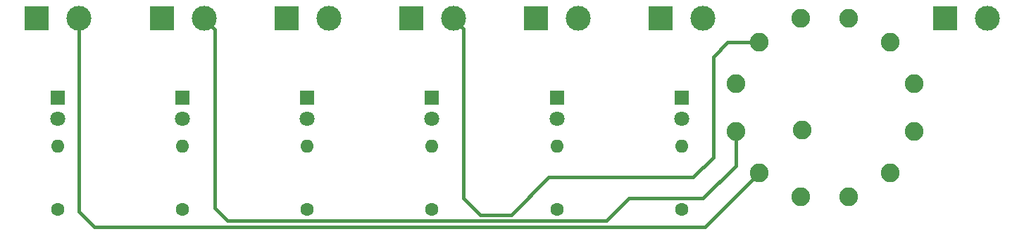
<source format=gbl>
%TF.GenerationSoftware,KiCad,Pcbnew,9.0.0+dfsg-1*%
%TF.CreationDate,2025-03-17T12:29:00+01:00*%
%TF.ProjectId,control-matrix-6,636f6e74-726f-46c2-9d6d-61747269782d,1.0*%
%TF.SameCoordinates,Original*%
%TF.FileFunction,Copper,L2,Bot*%
%TF.FilePolarity,Positive*%
%FSLAX46Y46*%
G04 Gerber Fmt 4.6, Leading zero omitted, Abs format (unit mm)*
G04 Created by KiCad (PCBNEW 9.0.0+dfsg-1) date 2025-03-17 12:29:00*
%MOMM*%
%LPD*%
G01*
G04 APERTURE LIST*
%TA.AperFunction,ComponentPad*%
%ADD10R,1.800000X1.800000*%
%TD*%
%TA.AperFunction,ComponentPad*%
%ADD11C,1.800000*%
%TD*%
%TA.AperFunction,ComponentPad*%
%ADD12C,2.250000*%
%TD*%
%TA.AperFunction,ComponentPad*%
%ADD13C,1.600000*%
%TD*%
%TA.AperFunction,ComponentPad*%
%ADD14O,1.600000X1.600000*%
%TD*%
%TA.AperFunction,ComponentPad*%
%ADD15R,3.000000X3.000000*%
%TD*%
%TA.AperFunction,ComponentPad*%
%ADD16C,3.000000*%
%TD*%
%TA.AperFunction,Conductor*%
%ADD17C,0.400000*%
%TD*%
G04 APERTURE END LIST*
D10*
%TO.P,D3,1,K*%
%TO.N,Net-(D3-K)*%
X95400000Y-93730000D03*
D11*
%TO.P,D3,2,A*%
%TO.N,Net-(D3-A)*%
X95400000Y-96270000D03*
%TD*%
D12*
%TO.P,SW1,1,1*%
%TO.N,unconnected-(SW1-Pad1)*%
X154754220Y-105600000D03*
%TO.P,SW1,2,2*%
%TO.N,Net-(D1-K)*%
X149778230Y-102727110D03*
%TO.P,SW1,3,3*%
%TO.N,Net-(D2-K)*%
X146905330Y-97751110D03*
%TO.P,SW1,4,4*%
%TO.N,Net-(D3-K)*%
X146905330Y-92005330D03*
%TO.P,SW1,5,5*%
%TO.N,Net-(D4-K)*%
X149778230Y-87029340D03*
%TO.P,SW1,6,6*%
%TO.N,Net-(D5-K)*%
X154754220Y-84156450D03*
%TO.P,SW1,7,7*%
%TO.N,Net-(D6-K)*%
X160500000Y-84156450D03*
%TO.P,SW1,8,8*%
%TO.N,unconnected-(SW1-Pad8)*%
X165476000Y-87029340D03*
%TO.P,SW1,9,9*%
%TO.N,unconnected-(SW1-Pad9)*%
X168348890Y-92005329D03*
%TO.P,SW1,10,10*%
%TO.N,unconnected-(SW1-Pad10)*%
X168348890Y-97751110D03*
%TO.P,SW1,11,11*%
%TO.N,unconnected-(SW1-Pad11)*%
X165476000Y-102727110D03*
%TO.P,SW1,12,12*%
%TO.N,unconnected-(SW1-Pad12)*%
X160500000Y-105600000D03*
%TO.P,SW1,13,13*%
%TO.N,GND*%
X154904750Y-97600580D03*
%TD*%
D13*
%TO.P,R2,1*%
%TO.N,+12V*%
X80400000Y-107170000D03*
D14*
%TO.P,R2,2*%
%TO.N,Net-(D2-A)*%
X80400000Y-99550000D03*
%TD*%
D10*
%TO.P,D2,1,K*%
%TO.N,Net-(D2-K)*%
X80400000Y-93730000D03*
D11*
%TO.P,D2,2,A*%
%TO.N,Net-(D2-A)*%
X80400000Y-96270000D03*
%TD*%
D10*
%TO.P,D6,1,K*%
%TO.N,Net-(D6-K)*%
X140400000Y-93730000D03*
D11*
%TO.P,D6,2,A*%
%TO.N,Net-(D6-A)*%
X140400000Y-96270000D03*
%TD*%
D13*
%TO.P,R6,1*%
%TO.N,+12V*%
X140400000Y-107170000D03*
D14*
%TO.P,R6,2*%
%TO.N,Net-(D6-A)*%
X140400000Y-99550000D03*
%TD*%
D10*
%TO.P,D5,1,K*%
%TO.N,Net-(D5-K)*%
X125400000Y-93730000D03*
D11*
%TO.P,D5,2,A*%
%TO.N,Net-(D5-A)*%
X125400000Y-96270000D03*
%TD*%
D10*
%TO.P,D4,1,K*%
%TO.N,Net-(D4-K)*%
X110400000Y-93730000D03*
D11*
%TO.P,D4,2,A*%
%TO.N,Net-(D4-A)*%
X110400000Y-96270000D03*
%TD*%
D13*
%TO.P,R5,1*%
%TO.N,+12V*%
X125400000Y-107170000D03*
D14*
%TO.P,R5,2*%
%TO.N,Net-(D5-A)*%
X125400000Y-99550000D03*
%TD*%
D13*
%TO.P,R4,1*%
%TO.N,+12V*%
X110400000Y-107170000D03*
D14*
%TO.P,R4,2*%
%TO.N,Net-(D4-A)*%
X110400000Y-99550000D03*
%TD*%
D13*
%TO.P,R1,1*%
%TO.N,+12V*%
X65400000Y-107170000D03*
D14*
%TO.P,R1,2*%
%TO.N,Net-(D1-A)*%
X65400000Y-99550000D03*
%TD*%
D10*
%TO.P,D1,1,K*%
%TO.N,Net-(D1-K)*%
X65400000Y-93730000D03*
D11*
%TO.P,D1,2,A*%
%TO.N,Net-(D1-A)*%
X65400000Y-96270000D03*
%TD*%
D13*
%TO.P,R3,1*%
%TO.N,+12V*%
X95400000Y-107170000D03*
D14*
%TO.P,R3,2*%
%TO.N,Net-(D3-A)*%
X95400000Y-99550000D03*
%TD*%
D15*
%TO.P,J1,1,Pin_1*%
%TO.N,Net-(D1-K)*%
X62900000Y-84170000D03*
D16*
%TO.P,J1,2,Pin_2*%
X67980000Y-84170000D03*
%TD*%
D15*
%TO.P,J2,1,Pin_1*%
%TO.N,Net-(D2-K)*%
X77900000Y-84170000D03*
D16*
%TO.P,J2,2,Pin_2*%
X82980000Y-84170000D03*
%TD*%
D15*
%TO.P,J6,1,Pin_1*%
%TO.N,Net-(D6-K)*%
X137900000Y-84170000D03*
D16*
%TO.P,J6,2,Pin_2*%
X142980000Y-84170000D03*
%TD*%
D15*
%TO.P,J3,1,Pin_1*%
%TO.N,Net-(D3-K)*%
X92900000Y-84170000D03*
D16*
%TO.P,J3,2,Pin_2*%
X97980000Y-84170000D03*
%TD*%
D15*
%TO.P,J4,1,Pin_1*%
%TO.N,Net-(D4-K)*%
X107900000Y-84170000D03*
D16*
%TO.P,J4,2,Pin_2*%
X112980000Y-84170000D03*
%TD*%
D15*
%TO.P,J9,1,Pin_1*%
%TO.N,GND*%
X172060000Y-84100000D03*
D16*
%TO.P,J9,2,Pin_2*%
%TO.N,+12V*%
X177140000Y-84100000D03*
%TD*%
D15*
%TO.P,J5,1,Pin_1*%
%TO.N,Net-(D5-K)*%
X122900000Y-84170000D03*
D16*
%TO.P,J5,2,Pin_2*%
X127980000Y-84170000D03*
%TD*%
D17*
%TO.N,Net-(D1-K)*%
X67980000Y-84170000D02*
X67980000Y-107380000D01*
X67980000Y-107380000D02*
X69849000Y-109249000D01*
X69849000Y-109249000D02*
X143256340Y-109249000D01*
X143256340Y-109249000D02*
X149778230Y-102727110D01*
%TO.N,Net-(D2-K)*%
X85800000Y-108500000D02*
X131400000Y-108500000D01*
X82980000Y-84170000D02*
X84300000Y-85490000D01*
X84300000Y-107000000D02*
X85800000Y-108500000D01*
X143000000Y-105800000D02*
X146905330Y-101894670D01*
X131400000Y-108500000D02*
X134100000Y-105800000D01*
X134100000Y-105800000D02*
X143000000Y-105800000D01*
X146905330Y-101894670D02*
X146905330Y-97751110D01*
X84300000Y-85490000D02*
X84300000Y-107000000D01*
%TO.N,Net-(D4-K)*%
X144200000Y-100900000D02*
X144200000Y-88800000D01*
X149396899Y-87200000D02*
X149672890Y-86924009D01*
X144200000Y-88800000D02*
X145970660Y-87029340D01*
X145970660Y-87029340D02*
X149778230Y-87029340D01*
X119901000Y-107799000D02*
X124400000Y-103300000D01*
X112980000Y-84170000D02*
X114200000Y-85390000D01*
X116199000Y-107799000D02*
X119901000Y-107799000D01*
X141800000Y-103300000D02*
X144200000Y-100900000D01*
X124400000Y-103300000D02*
X141800000Y-103300000D01*
X114200000Y-105800000D02*
X116199000Y-107799000D01*
X114200000Y-85390000D02*
X114200000Y-105800000D01*
%TD*%
M02*

</source>
